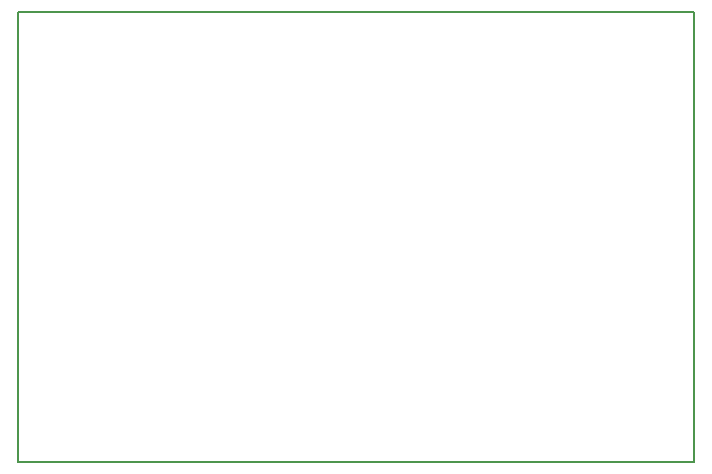
<source format=gbr>
G04 #@! TF.FileFunction,Profile,NP*
%FSLAX46Y46*%
G04 Gerber Fmt 4.6, Leading zero omitted, Abs format (unit mm)*
G04 Created by KiCad (PCBNEW 4.0.5+dfsg1-4) date Mon May 29 16:20:49 2017*
%MOMM*%
%LPD*%
G01*
G04 APERTURE LIST*
%ADD10C,0.100000*%
%ADD11C,0.150000*%
G04 APERTURE END LIST*
D10*
D11*
X173990000Y-75311000D02*
X116713000Y-75311000D01*
X173990000Y-113411000D02*
X173990000Y-75311000D01*
X116713000Y-113411000D02*
X173990000Y-113411000D01*
X116713000Y-75311000D02*
X116713000Y-113411000D01*
M02*

</source>
